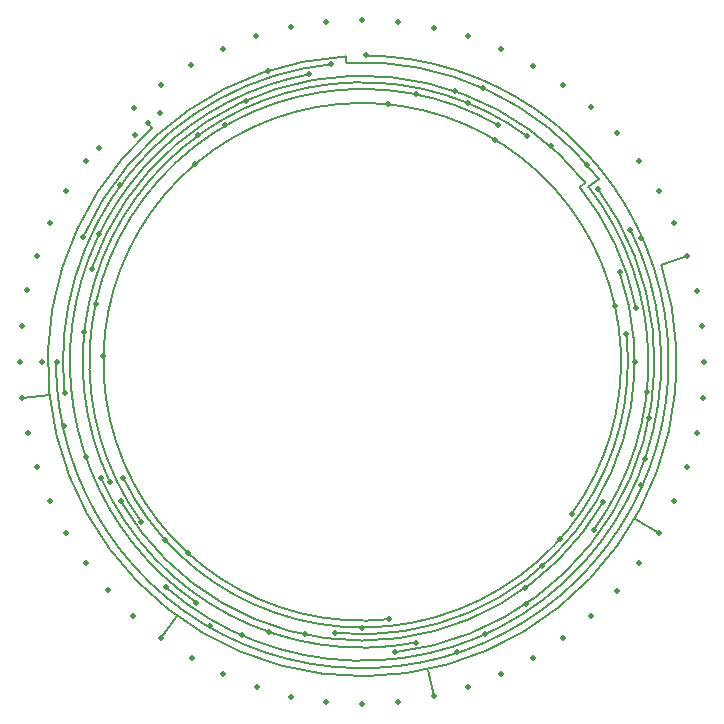
<source format=gbr>
%TF.GenerationSoftware,KiCad,Pcbnew,8.0.6*%
%TF.CreationDate,2025-01-18T11:53:47-05:00*%
%TF.ProjectId,WristWatch,57726973-7457-4617-9463-682e6b696361,rev?*%
%TF.SameCoordinates,Original*%
%TF.FileFunction,Copper,L2,Inr*%
%TF.FilePolarity,Positive*%
%FSLAX46Y46*%
G04 Gerber Fmt 4.6, Leading zero omitted, Abs format (unit mm)*
G04 Created by KiCad (PCBNEW 8.0.6) date 2025-01-18 11:53:47*
%MOMM*%
%LPD*%
G01*
G04 APERTURE LIST*
%TA.AperFunction,Conductor*%
%ADD10C,0.127000*%
%TD*%
%TA.AperFunction,ViaPad*%
%ADD11C,0.500000*%
%TD*%
G04 APERTURE END LIST*
D10*
%TO.N,CA3*%
X-25196799Y-2641600D02*
G75*
G02*
X-2640529Y25196912I25196799J2641601D01*
G01*
%TO.N,CA6*%
X20421599Y-11836400D02*
G75*
G02*
X-20447409Y-11791757I-20421599J11836400D01*
G01*
%TO.N,CA4*%
X19927752Y14670430D02*
G75*
G02*
X2794000Y-24587200I-19927752J-14670430D01*
G01*
%TO.N,CA5*%
X-23656358Y10530895D02*
G75*
G02*
X-1388698Y25857200I23656359J-10530889D01*
G01*
%TO.N,CA6*%
X-22910799Y7874000D02*
G75*
G02*
X18882702Y15177225I22910799J-7874000D01*
G01*
%TO.N,CA5*%
X-1371164Y25340432D02*
G75*
G02*
X20015200Y15494000I1269565J-25391230D01*
G01*
%TO.N,CA4*%
X-14035572Y-20384998D02*
G75*
G02*
X-4521200Y24333200I14035573J20385003D01*
G01*
%TO.N,CA5*%
X19151599Y14833599D02*
G75*
G02*
X19591109Y-14248083I-19151599J-14833599D01*
G01*
%TO.N,CA7*%
X21793200Y7572877D02*
G75*
G02*
X-2286000Y-22957923I-21793200J-7572877D01*
G01*
X-18702551Y-13557308D02*
G75*
G02*
X11531600Y20015200I18702551J13557308D01*
G01*
%TO.N,CA5*%
X4521200Y-23774400D02*
G75*
G02*
X-22111151Y-9836682I-4521200J23774399D01*
G01*
%TO.N,CA8*%
X-21355277Y-10195750D02*
G75*
G02*
X13970000Y19100799I21355277J10195754D01*
G01*
%TO.N,CA2*%
X330200Y25933400D02*
G75*
G02*
X-25935497Y0I-330200J-25933395D01*
G01*
%TO.N,CA1*%
X25326449Y8198458D02*
G75*
G02*
X-17780000Y19812000I-25326449J-8198458D01*
G01*
%TO.N,CA9*%
X2286000Y-21793200D02*
G75*
G02*
X17725833Y-12882709I-2286000J21793200D01*
G01*
%TO.N,CA6*%
X18402849Y14793452D02*
G75*
G02*
X23164799Y4572000I-18402849J-14793452D01*
G01*
%TO.N,CA3*%
X22707599Y11176000D02*
G75*
G02*
X-16608385Y-19097103I-22707599J-11175996D01*
G01*
%TO.N,CA8*%
X22367529Y2366935D02*
G75*
G02*
X-20218399Y-9855200I-22367529J-2366931D01*
G01*
%TD*%
D11*
%TO.N,CA7*%
X19405600Y-21539200D03*
X-22555200Y4876800D03*
X-11582400Y20015200D03*
X11531600Y20015200D03*
X21793200Y7569200D03*
X-14478000Y25095200D03*
X6045200Y28295600D03*
X15240000Y-17272000D03*
X-18694400Y-13544975D03*
X-23418800Y-17018000D03*
X23063200Y0D03*
X-28346400Y6045200D03*
X-3048000Y-28803600D03*
X4572000Y22656800D03*
X28956000Y0D03*
X-2286000Y-22961600D03*
%TO.N,CA6*%
X-20460475Y-11799292D03*
X19405600Y21539200D03*
X-25095200Y-14478000D03*
X-9855200Y22098000D03*
X-4876800Y-23063200D03*
X7823200Y22961600D03*
X-11785600Y26466800D03*
X17018000Y-23418800D03*
X-6045200Y-28346400D03*
X13817600Y-19151600D03*
X-27533600Y8940800D03*
X-22910799Y7874000D03*
X23164800Y4572000D03*
X8991600Y27584400D03*
X20421600Y-11836400D03*
X15951200Y18237200D03*
%TO.N,CA9*%
X11252200Y18796000D03*
X-14757400Y-16154400D03*
X21412200Y4699000D03*
X17725833Y-12882709D03*
X3022600Y28778200D03*
X-19380200Y-21513800D03*
X14478000Y25069800D03*
X-28956000Y0D03*
X28346400Y6019800D03*
X-21920200Y457200D03*
X3022600Y-28803600D03*
X-14147800Y16738600D03*
X2209800Y21818600D03*
X2286000Y-21793200D03*
X-19354800Y21513800D03*
X23444200Y-17018000D03*
%TO.N,CA4*%
X23418800Y17018000D03*
X-4521200Y24333200D03*
X-25095200Y14478000D03*
X24282400Y-4724400D03*
X-14035572Y-20384998D03*
X28346400Y-6045200D03*
X-22250400Y10820400D03*
X14478000Y-25044400D03*
X13868400Y-20523200D03*
X19927752Y14670430D03*
X-6045200Y28346400D03*
X-27533600Y-8940800D03*
X2794000Y-24587199D03*
X-23418800Y-8077200D03*
%TO.N,CA5*%
X19591109Y-14248083D03*
X-7924800Y-22860000D03*
X-22111151Y-9836682D03*
X-7975600Y24638000D03*
X21539200Y19405600D03*
X-23656358Y10530895D03*
X-8940800Y-27533600D03*
X28854400Y-3048000D03*
X-8991600Y27584400D03*
X4521200Y-23774400D03*
X-26466800Y11785600D03*
X24079200Y-2540000D03*
X19050000Y16662400D03*
X11785600Y26466800D03*
X10261600Y23164800D03*
X-26466800Y-11785600D03*
%TO.N,CA1*%
X-18168568Y20178239D03*
X6045200Y-28295600D03*
X27533600Y8940800D03*
X-28803600Y-3048000D03*
X25095200Y-14478000D03*
X-17018000Y-23418800D03*
%TO.N,CA2*%
X-14427200Y-25095200D03*
X-12852400Y-22402800D03*
X-25857200Y0D03*
X23622000Y10515600D03*
X8940800Y-27533600D03*
X26416000Y11785600D03*
X-28295600Y-5994400D03*
X-25247600Y-5435600D03*
X8026400Y-24587200D03*
X0Y28956000D03*
X330200Y25933400D03*
X26416000Y-11785600D03*
X-27152499Y0D03*
X23622000Y-10464800D03*
%TO.N,CA3*%
X10414000Y-23063200D03*
X-23418800Y17018000D03*
X11785600Y-26416000D03*
X-3048000Y28803600D03*
X-10160000Y-23164800D03*
X22707599Y11176000D03*
X-2640529Y25196912D03*
X27533600Y-8940800D03*
X-20472400Y14935200D03*
X-11785600Y-26416000D03*
X25095200Y14478000D03*
X-25196799Y-2641600D03*
X23926800Y-8229600D03*
X-16611599Y-19100798D03*
%TO.N,CA8*%
X13970000Y19100800D03*
X22367529Y2366935D03*
X-21336000Y-10210800D03*
X0Y-28956000D03*
X0Y-22504400D03*
X-20218400Y-9855200D03*
X-17018000Y23418800D03*
X-21488400Y-19354800D03*
X-23520400Y2489200D03*
X16713200Y-15036800D03*
X17018000Y23418800D03*
X21539200Y-19405600D03*
X-28803600Y2997200D03*
X-16662400Y-15087600D03*
X-13868400Y19202400D03*
X28803600Y3048000D03*
X8940800Y21894800D03*
%TO.N,CB1*%
X-22325462Y18078801D03*
X-17087621Y21101455D03*
X-19199716Y19199716D03*
%TD*%
D10*
%TO.N,CA6*%
X23164799Y4572000D02*
X23164800Y4572000D01*
X18402849Y14793452D02*
X18882702Y15177225D01*
%TO.N,CA5*%
X-1390842Y25859366D02*
X-1371164Y25340432D01*
X19151599Y14833599D02*
X20015200Y15494000D01*
%TO.N,CA1*%
X-18168568Y20178239D02*
X-17780000Y19812000D01*
X-28803600Y-3048000D02*
X-26466800Y-2844800D01*
X27533600Y8940800D02*
X25326449Y8198458D01*
X6045200Y-28295600D02*
X5588000Y-26060400D01*
X25095200Y-14478000D02*
X23063200Y-13309600D01*
X-17018000Y-23418800D02*
X-15646400Y-21539200D01*
%TD*%
M02*

</source>
